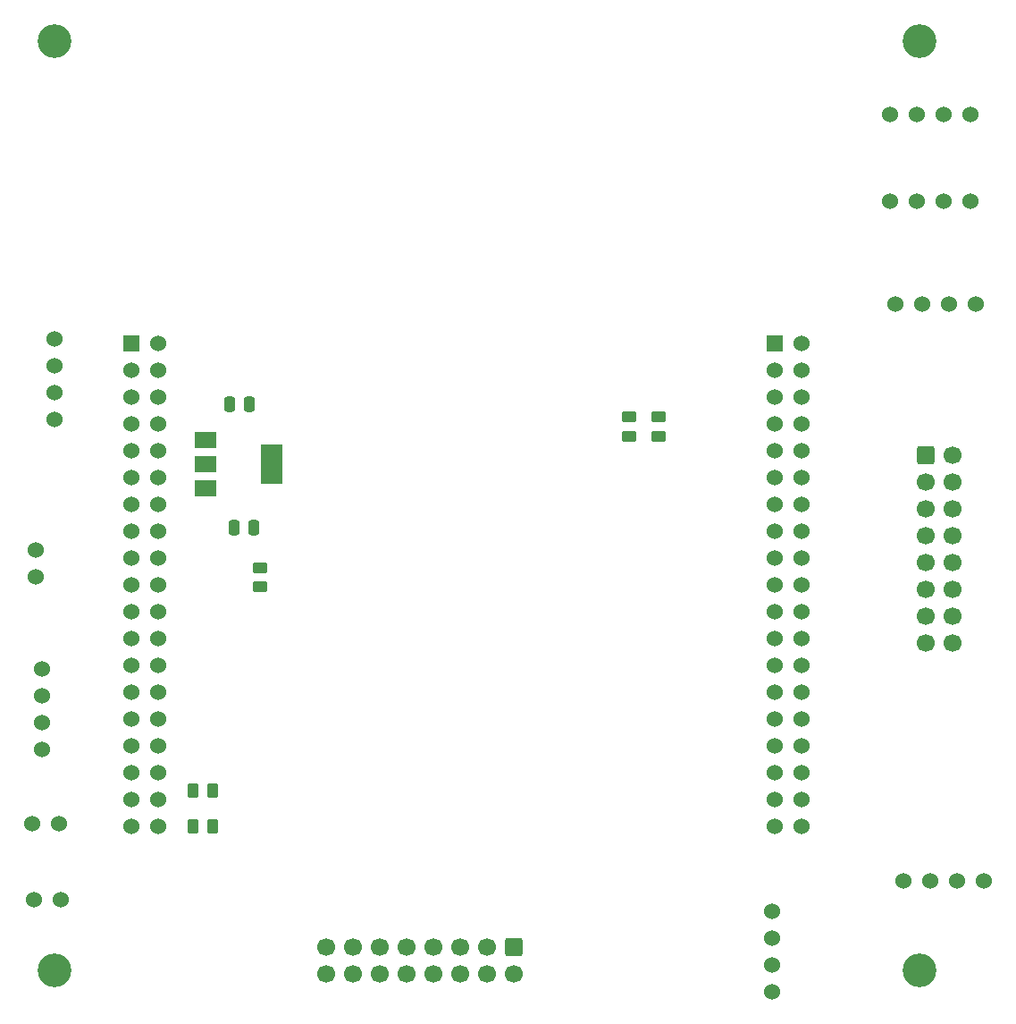
<source format=gbr>
%TF.GenerationSoftware,KiCad,Pcbnew,(6.0.1)*%
%TF.CreationDate,2022-02-03T23:43:58+01:00*%
%TF.ProjectId,CartePrincipaleR1,43617274-6550-4726-996e-636970616c65,rev?*%
%TF.SameCoordinates,Original*%
%TF.FileFunction,Soldermask,Top*%
%TF.FilePolarity,Negative*%
%FSLAX46Y46*%
G04 Gerber Fmt 4.6, Leading zero omitted, Abs format (unit mm)*
G04 Created by KiCad (PCBNEW (6.0.1)) date 2022-02-03 23:43:58*
%MOMM*%
%LPD*%
G01*
G04 APERTURE LIST*
G04 Aperture macros list*
%AMRoundRect*
0 Rectangle with rounded corners*
0 $1 Rounding radius*
0 $2 $3 $4 $5 $6 $7 $8 $9 X,Y pos of 4 corners*
0 Add a 4 corners polygon primitive as box body*
4,1,4,$2,$3,$4,$5,$6,$7,$8,$9,$2,$3,0*
0 Add four circle primitives for the rounded corners*
1,1,$1+$1,$2,$3*
1,1,$1+$1,$4,$5*
1,1,$1+$1,$6,$7*
1,1,$1+$1,$8,$9*
0 Add four rect primitives between the rounded corners*
20,1,$1+$1,$2,$3,$4,$5,0*
20,1,$1+$1,$4,$5,$6,$7,0*
20,1,$1+$1,$6,$7,$8,$9,0*
20,1,$1+$1,$8,$9,$2,$3,0*%
G04 Aperture macros list end*
%ADD10RoundRect,0.250000X0.450000X-0.262500X0.450000X0.262500X-0.450000X0.262500X-0.450000X-0.262500X0*%
%ADD11C,1.524000*%
%ADD12RoundRect,0.250000X-0.250000X-0.475000X0.250000X-0.475000X0.250000X0.475000X-0.250000X0.475000X0*%
%ADD13C,3.200000*%
%ADD14R,2.000000X1.500000*%
%ADD15R,2.000000X3.800000*%
%ADD16RoundRect,0.250000X0.262500X0.450000X-0.262500X0.450000X-0.262500X-0.450000X0.262500X-0.450000X0*%
%ADD17R,1.530000X1.530000*%
%ADD18C,1.530000*%
%ADD19RoundRect,0.250000X-0.450000X0.262500X-0.450000X-0.262500X0.450000X-0.262500X0.450000X0.262500X0*%
%ADD20RoundRect,0.250000X-0.600000X0.600000X-0.600000X-0.600000X0.600000X-0.600000X0.600000X0.600000X0*%
%ADD21C,1.700000*%
%ADD22RoundRect,0.250000X-0.600000X-0.600000X0.600000X-0.600000X0.600000X0.600000X-0.600000X0.600000X0*%
G04 APERTURE END LIST*
D10*
%TO.C,R1*%
X120300000Y-78425000D03*
X120300000Y-76600000D03*
%TD*%
D11*
%TO.C,UART-X-BEE*%
X151110000Y-120500000D03*
X148570000Y-120500000D03*
X146030000Y-120500000D03*
X143490000Y-120500000D03*
%TD*%
D12*
%TO.C,C1*%
X79600000Y-75400000D03*
X81500000Y-75400000D03*
%TD*%
D11*
%TO.C,Pression2*%
X142190000Y-56200000D03*
X144730000Y-56200000D03*
X147270000Y-56200000D03*
X149810000Y-56200000D03*
%TD*%
D13*
%TO.C,REF\u002A\u002A*%
X145000000Y-129000000D03*
%TD*%
D11*
%TO.C,I2C1*%
X149810000Y-48000000D03*
X147270000Y-48000000D03*
X144730000Y-48000000D03*
X142190000Y-48000000D03*
%TD*%
D13*
%TO.C,REF\u002A\u002A*%
X63000000Y-41000000D03*
%TD*%
D14*
%TO.C,U1*%
X77350000Y-78800000D03*
X77350000Y-81100000D03*
D15*
X83650000Y-81100000D03*
D14*
X77350000Y-83400000D03*
%TD*%
D11*
%TO.C,Display*%
X63000000Y-76810000D03*
X63000000Y-74270000D03*
X63000000Y-71730000D03*
X63000000Y-69190000D03*
%TD*%
%TO.C,Pression1*%
X142700000Y-65900000D03*
X145240000Y-65900000D03*
X147780000Y-65900000D03*
X150320000Y-65900000D03*
%TD*%
D12*
%TO.C,C2*%
X80050000Y-87100000D03*
X81950000Y-87100000D03*
%TD*%
D16*
%TO.C,R6*%
X78012500Y-115400000D03*
X76187500Y-115400000D03*
%TD*%
D17*
%TO.C,Nucl\u00E9o L476RG*%
X70350000Y-69690000D03*
D18*
X72890000Y-69690000D03*
X70350000Y-72230000D03*
X72890000Y-72230000D03*
X70350000Y-74770000D03*
X72890000Y-74770000D03*
X70350000Y-77310000D03*
X72890000Y-77310000D03*
X70350000Y-79850000D03*
X72890000Y-79850000D03*
X70350000Y-82390000D03*
X72890000Y-82390000D03*
X70350000Y-84930000D03*
X72890000Y-84930000D03*
X70350000Y-87470000D03*
X72890000Y-87470000D03*
X70350000Y-90010000D03*
X72890000Y-90010000D03*
X70350000Y-92550000D03*
X72890000Y-92550000D03*
X70350000Y-95090000D03*
X72890000Y-95090000D03*
X70350000Y-97630000D03*
X72890000Y-97630000D03*
X70350000Y-100170000D03*
X72890000Y-100170000D03*
X70350000Y-102710000D03*
X72890000Y-102710000D03*
X70350000Y-105250000D03*
X72890000Y-105250000D03*
X70350000Y-107790000D03*
X72890000Y-107790000D03*
X70350000Y-110330000D03*
X72890000Y-110330000D03*
X70350000Y-112870000D03*
X72890000Y-112870000D03*
X70350000Y-115410000D03*
X72890000Y-115410000D03*
D17*
X131310000Y-69690000D03*
D18*
X133850000Y-69690000D03*
X131310000Y-72230000D03*
X133850000Y-72230000D03*
X131310000Y-74770000D03*
X133850000Y-74770000D03*
X131310000Y-77310000D03*
X133850000Y-77310000D03*
X131310000Y-79850000D03*
X133850000Y-79850000D03*
X131310000Y-82390000D03*
X133850000Y-82390000D03*
X131310000Y-84930000D03*
X133850000Y-84930000D03*
X131310000Y-87470000D03*
X133850000Y-87470000D03*
X131310000Y-90010000D03*
X133850000Y-90010000D03*
X131310000Y-92550000D03*
X133850000Y-92550000D03*
X131310000Y-95090000D03*
X133850000Y-95090000D03*
X131310000Y-97630000D03*
X133850000Y-97630000D03*
X131310000Y-100170000D03*
X133850000Y-100170000D03*
X131310000Y-102710000D03*
X133850000Y-102710000D03*
X131310000Y-105250000D03*
X133850000Y-105250000D03*
X131310000Y-107790000D03*
X133850000Y-107790000D03*
X131310000Y-110330000D03*
X133850000Y-110330000D03*
X131310000Y-112870000D03*
X133850000Y-112870000D03*
X131310000Y-115410000D03*
X133850000Y-115410000D03*
%TD*%
D11*
%TO.C,Resistance*%
X61300000Y-89230000D03*
X61300000Y-91770000D03*
%TD*%
%TO.C,UART-USB*%
X131000000Y-131010000D03*
X131000000Y-128470000D03*
X131000000Y-125930000D03*
X131000000Y-123390000D03*
%TD*%
D13*
%TO.C,REF\u002A\u002A*%
X63000000Y-129000000D03*
%TD*%
D11*
%TO.C,Tirette*%
X63470000Y-115100000D03*
X60930000Y-115100000D03*
%TD*%
D19*
%TO.C,R4*%
X82500000Y-90887500D03*
X82500000Y-92712500D03*
%TD*%
D13*
%TO.C,REF\u002A\u002A*%
X145000000Y-41000000D03*
%TD*%
D20*
%TO.C,NappePompe*%
X106600000Y-126800000D03*
D21*
X106600000Y-129340000D03*
X104060000Y-126800000D03*
X104060000Y-129340000D03*
X101520000Y-126800000D03*
X101520000Y-129340000D03*
X98980000Y-126800000D03*
X98980000Y-129340000D03*
X96440000Y-126800000D03*
X96440000Y-129340000D03*
X93900000Y-126800000D03*
X93900000Y-129340000D03*
X91360000Y-126800000D03*
X91360000Y-129340000D03*
X88820000Y-126800000D03*
X88820000Y-129340000D03*
%TD*%
D22*
%TO.C,NappeBaseRoulante*%
X145600000Y-80200000D03*
D21*
X148140000Y-80200000D03*
X145600000Y-82740000D03*
X148140000Y-82740000D03*
X145600000Y-85280000D03*
X148140000Y-85280000D03*
X145600000Y-87820000D03*
X148140000Y-87820000D03*
X145600000Y-90360000D03*
X148140000Y-90360000D03*
X145600000Y-92900000D03*
X148140000Y-92900000D03*
X145600000Y-95440000D03*
X148140000Y-95440000D03*
X145600000Y-97980000D03*
X148140000Y-97980000D03*
%TD*%
D10*
%TO.C,R2*%
X117500000Y-78425000D03*
X117500000Y-76600000D03*
%TD*%
D11*
%TO.C,I2C3*%
X61832000Y-100490000D03*
X61832000Y-103030000D03*
X61832000Y-105570000D03*
X61832000Y-108110000D03*
%TD*%
%TO.C,Color*%
X63670000Y-122300000D03*
X61130000Y-122300000D03*
%TD*%
D16*
%TO.C,R5*%
X78000000Y-112000000D03*
X76175000Y-112000000D03*
%TD*%
M02*

</source>
